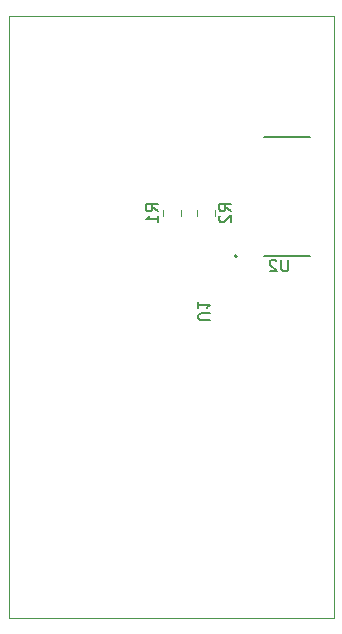
<source format=gbr>
%TF.GenerationSoftware,KiCad,Pcbnew,6.0.8-f2edbf62ab~116~ubuntu22.04.1*%
%TF.CreationDate,2022-11-23T04:02:49-05:00*%
%TF.ProjectId,Pi_HAT_Simple_V3,50695f48-4154-45f5-9369-6d706c655f56,rev?*%
%TF.SameCoordinates,Original*%
%TF.FileFunction,Legend,Bot*%
%TF.FilePolarity,Positive*%
%FSLAX46Y46*%
G04 Gerber Fmt 4.6, Leading zero omitted, Abs format (unit mm)*
G04 Created by KiCad (PCBNEW 6.0.8-f2edbf62ab~116~ubuntu22.04.1) date 2022-11-23 04:02:49*
%MOMM*%
%LPD*%
G01*
G04 APERTURE LIST*
%ADD10C,0.150000*%
%ADD11C,0.120000*%
%ADD12C,0.127000*%
%ADD13C,0.200000*%
G04 APERTURE END LIST*
D10*
%TO.C,R2*%
X137202380Y-101133333D02*
X136726190Y-100800000D01*
X137202380Y-100561904D02*
X136202380Y-100561904D01*
X136202380Y-100942857D01*
X136250000Y-101038095D01*
X136297619Y-101085714D01*
X136392857Y-101133333D01*
X136535714Y-101133333D01*
X136630952Y-101085714D01*
X136678571Y-101038095D01*
X136726190Y-100942857D01*
X136726190Y-100561904D01*
X136297619Y-101514285D02*
X136250000Y-101561904D01*
X136202380Y-101657142D01*
X136202380Y-101895238D01*
X136250000Y-101990476D01*
X136297619Y-102038095D01*
X136392857Y-102085714D01*
X136488095Y-102085714D01*
X136630952Y-102038095D01*
X137202380Y-101466666D01*
X137202380Y-102085714D01*
%TO.C,R1*%
X131002380Y-101133333D02*
X130526190Y-100800000D01*
X131002380Y-100561904D02*
X130002380Y-100561904D01*
X130002380Y-100942857D01*
X130050000Y-101038095D01*
X130097619Y-101085714D01*
X130192857Y-101133333D01*
X130335714Y-101133333D01*
X130430952Y-101085714D01*
X130478571Y-101038095D01*
X130526190Y-100942857D01*
X130526190Y-100561904D01*
X131002380Y-102085714D02*
X131002380Y-101514285D01*
X131002380Y-101800000D02*
X130002380Y-101800000D01*
X130145238Y-101704761D01*
X130240476Y-101609523D01*
X130288095Y-101514285D01*
%TO.C,U1*%
X135447619Y-110361904D02*
X134638095Y-110361904D01*
X134542857Y-110314285D01*
X134495238Y-110266666D01*
X134447619Y-110171428D01*
X134447619Y-109980952D01*
X134495238Y-109885714D01*
X134542857Y-109838095D01*
X134638095Y-109790476D01*
X135447619Y-109790476D01*
X134447619Y-108790476D02*
X134447619Y-109361904D01*
X134447619Y-109076190D02*
X135447619Y-109076190D01*
X135304761Y-109171428D01*
X135209523Y-109266666D01*
X135161904Y-109361904D01*
%TO.C,U2*%
X142049404Y-105239380D02*
X142049404Y-106048904D01*
X142001785Y-106144142D01*
X141954166Y-106191761D01*
X141858928Y-106239380D01*
X141668452Y-106239380D01*
X141573214Y-106191761D01*
X141525595Y-106144142D01*
X141477976Y-106048904D01*
X141477976Y-105239380D01*
X141049404Y-105334619D02*
X141001785Y-105287000D01*
X140906547Y-105239380D01*
X140668452Y-105239380D01*
X140573214Y-105287000D01*
X140525595Y-105334619D01*
X140477976Y-105429857D01*
X140477976Y-105525095D01*
X140525595Y-105667952D01*
X141097023Y-106239380D01*
X140477976Y-106239380D01*
D11*
%TO.C,R2*%
X135835000Y-101527064D02*
X135835000Y-101072936D01*
X134365000Y-101527064D02*
X134365000Y-101072936D01*
%TO.C,R1*%
X131465000Y-101072936D02*
X131465000Y-101527064D01*
X132935000Y-101072936D02*
X132935000Y-101527064D01*
%TO.C,U1*%
X145900000Y-135600000D02*
X118400000Y-135600000D01*
X118400000Y-135600000D02*
X118400000Y-84600000D01*
X118400000Y-84600000D02*
X145900000Y-84600000D01*
X145900000Y-84600000D02*
X145900000Y-135600000D01*
D12*
%TO.C,U2*%
X140012500Y-94845000D02*
X143912500Y-94845000D01*
X140012500Y-104975000D02*
X143912500Y-104975000D01*
D13*
X137707500Y-104955000D02*
G75*
G03*
X137707500Y-104955000I-100000J0D01*
G01*
%TD*%
M02*

</source>
